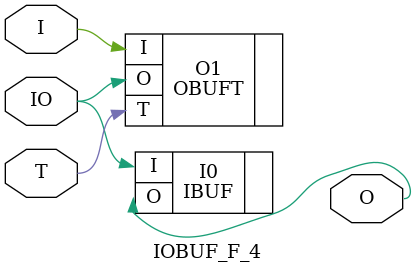
<source format=v>


`timescale  1 ps / 1 ps


module IOBUF_F_4 (O, IO, I, T);

    output O;

    inout  IO;

    input  I, T;

        OBUFT #( .SLEW("FAST"), .DRIVE(4)) O1 (.O(IO), .I(I), .T(T)); 
	IBUF #(.IOSTANDARD("DEFAULT"))  I0 (.O(O), .I(IO));
        

endmodule



</source>
